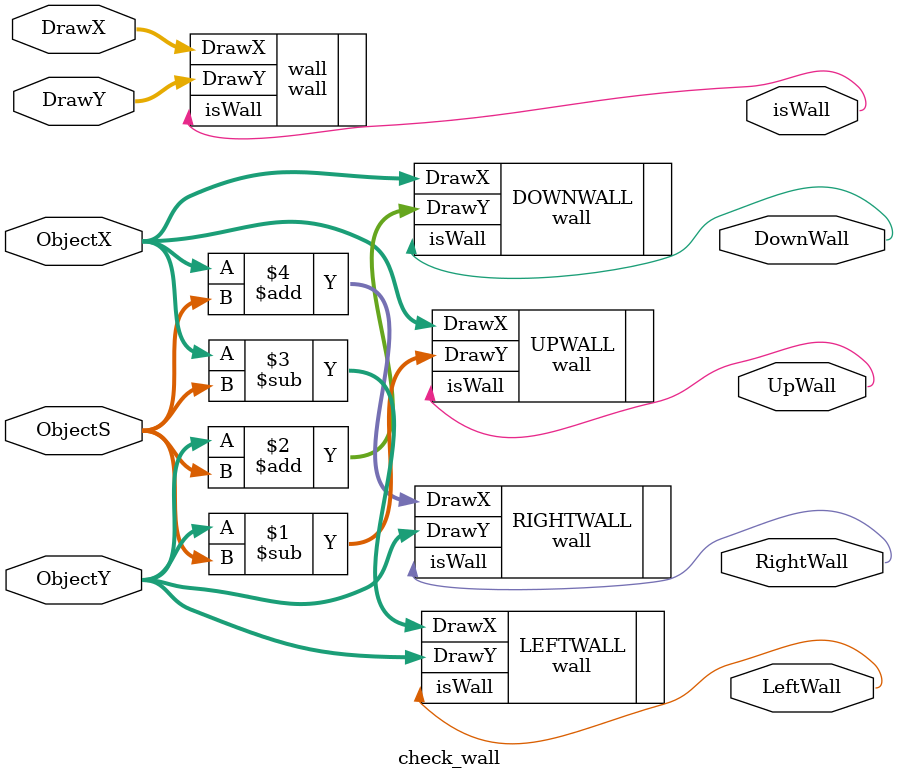
<source format=sv>
module check_wall(input [9:0] DrawX,
						input [9:0] DrawY,
						input [9:0] ObjectX, ObjectY, ObjectS,
						output logic isWall, UpWall, DownWall, LeftWall, RightWall); 
	 
	 
	 
	 wall wall(.DrawX(DrawX),
				  .DrawY(DrawY),
				  .isWall(isWall)
	 );
	 
	 wall UPWALL(.DrawX(ObjectX),
				    .DrawY(ObjectY - ObjectS),
				    .isWall(UpWall)
	 );
	 wall DOWNWALL(.DrawX(ObjectX),
				  .DrawY(ObjectY + ObjectS),
				  .isWall(DownWall)
	 );
	 wall LEFTWALL(.DrawX(ObjectX - ObjectS),
				      .DrawY(ObjectY),
				      .isWall(LeftWall)
	 );
	 wall RIGHTWALL(.DrawX(ObjectX + ObjectS),
				       .DrawY(ObjectY),
				       .isWall(RightWall)
	 );
	 
endmodule

</source>
